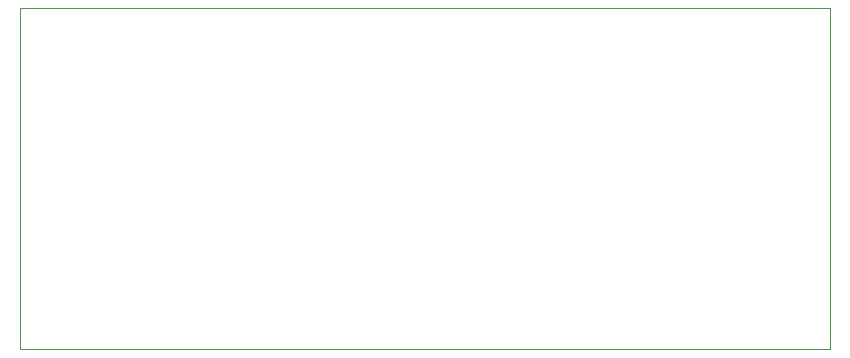
<source format=gbr>
G04 EAGLE Gerber X2 export*
G04 #@! %TF.Part,Single*
G04 #@! %TF.FileFunction,Profile,NP*
G04 #@! %TF.FilePolarity,Positive*
G04 #@! %TF.GenerationSoftware,Autodesk,EAGLE,9.0.0*
G04 #@! %TF.CreationDate,2019-08-08T19:18:26Z*
G75*
%MOMM*%
%FSLAX34Y34*%
%LPD*%
%AMOC8*
5,1,8,0,0,1.08239X$1,22.5*%
G01*
%ADD10C,0.000000*%


D10*
X-177800Y-38100D02*
X507800Y-38100D01*
X507800Y250700D01*
X-177800Y250700D01*
X-177800Y-38100D01*
M02*

</source>
